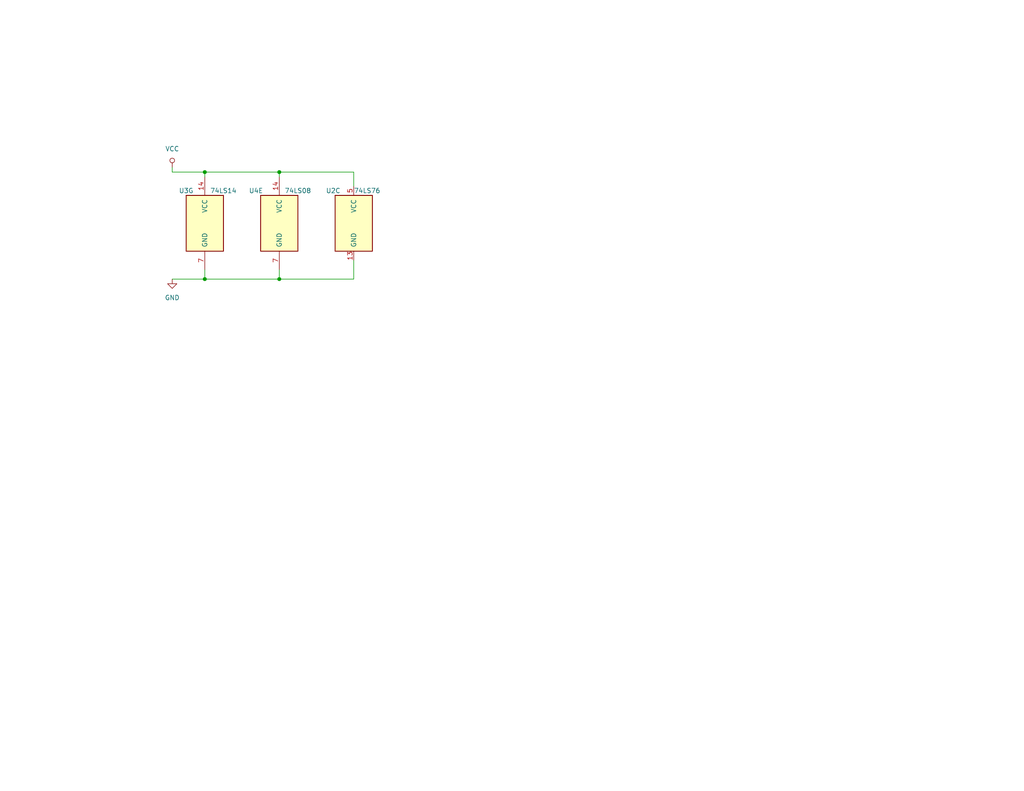
<source format=kicad_sch>
(kicad_sch (version 20230121) (generator eeschema)
  (paper "USLetter")
  (title_block (title "Motor Interface - Discrete Logic") (date "2024-05-22") (rev "1"))
  (lib_symbols
    (symbol "00TJR:74xx_74LS76" (pin_names (offset 1.016))
      (property "Reference" "U" (at -5.08 7.62 0))
      (property "Value" "74xx_74LS76" (at 8.382 6.858 0))
      (symbol "74xx_74LS76_1_0"
        (pin input line (at -7.62 0 0) (length 1.651) (name "~") (number "1"))
        (pin output line (at 7.62 -2.54 180) (length 1.651) (name "~") (number "14"))
        (pin output line (at 7.62 2.54 180) (length 2.54) (name "Q") (number "15"))
        (pin input line (at -7.62 -2.54 0) (length 2.54) (name "K") (number "16"))
        (pin input line (at 0 7.62 270) (length 1.651) (name "~") (number "2"))
        (pin input line (at 0 -7.62 90) (length 1.651) (name "~") (number "3"))
        (pin input line (at -7.62 2.54 0) (length 2.54) (name "J") (number "4"))
      )
      (symbol "74xx_74LS76_1_1"
        (circle (center -5.588 0) (radius 0.3556))
        (rectangle (start -5.08 5.08) (end 5.08 -5.08) (stroke (width 0.254)) (fill (type background)))
        (circle (center 0 -5.588) (radius 0.3556))
        (polyline (pts (xy -5.08 0.635) (xy -4.445 0) (xy -5.08 -0.635)))
        (circle (center 0 5.588) (radius 0.3556))
        (circle (center 5.588 -2.54) (radius 0.3556))
        (text "~{C}" (at -3.302 -0.254 0) (effects (font (size 1.27 1.27))))
        (text "~{Q}" (at 3.302 -2.54 0) (effects (font (size 1.27 1.27))))
        (text "~{R}" (at 0 -4.064 0) (effects (font (size 1.27 1.27))))
        (text "~{S}" (at 0 3.302 0) (effects (font (size 1.27 1.27))))
      )
      (symbol "74xx_74LS76_2_1"
        (circle (center -5.588 0) (radius 0.3556))
        (rectangle (start -5.08 5.08) (end 5.08 -5.08) (stroke (width 0.254)) (fill (type background)))
        (circle (center 0 -5.588) (radius 0.3556))
        (polyline (pts (xy -5.08 0.635) (xy -4.445 0) (xy -5.08 -0.635)))
        (circle (center 0 5.588) (radius 0.3556))
        (circle (center 5.588 -2.54) (radius 0.3556))
        (text "~{C}" (at -3.302 -0.254 0) (effects (font (size 1.27 1.27))))
        (text "~{Q}" (at 3.302 -2.54 0) (effects (font (size 1.27 1.27))))
        (text "~{R}" (at 0 -4.064 0) (effects (font (size 1.27 1.27))))
        (text "~{S}" (at 0 3.302 0) (effects (font (size 1.27 1.27))))
        (pin output line (at 7.62 -2.54 180) (length 1.651) (name "~") (number "10"))
        (pin output line (at 7.62 2.54 180) (length 2.54) (name "Q") (number "11"))
        (pin input line (at -7.62 -2.54 0) (length 2.54) (name "K") (number "12"))
        (pin input line (at -7.62 0 0) (length 1.651) (name "~") (number "6"))
        (pin input line (at 0 7.62 270) (length 1.651) (name "~") (number "7"))
        (pin input line (at 0 -7.62 90) (length 1.651) (name "~") (number "8"))
        (pin input line (at -7.62 2.54 0) (length 2.54) (name "J") (number "9"))
      )
      (symbol "74xx_74LS76_3_1"
        (rectangle (start -3.81 5.08) (end 6.35 -10.16) (stroke (width 0.254)) (fill (type background)))
        (pin power_in line (at 1.27 -12.7 90) (length 2.54) (name "GND") (number "13"))
        (pin power_in line (at 1.27 7.62 270) (length 2.54) (name "VCC") (number "5"))
      )
    )
    (symbol "BJT-Amps-cache:power_VCC" (power) (pin_names (offset 0))
      (property "Value" "power_VCC" (at 0 3.81 0))
      (symbol "power_VCC_0_1"
        (polyline (pts (xy 0 0) (xy 0 1.27)))
        (circle (center 0 1.905) (radius 0.635))
      )
      (symbol "power_VCC_1_1"
        (pin power_in line (at 0 0 90) (length 0) hide (name "VCC") (number "1"))
      )
    )
    (symbol "F2018-cache:GND" (power) (pin_names (offset 0))
      (property "Value" "GND" (at 0 -3.81 0))
      (symbol "GND_0_1"
        (polyline (pts (xy 0 0) (xy 0 -1.27) (xy 1.27 -1.27) (xy 0 -2.54) (xy -1.27 -1.27) (xy 0 -1.27)))
      )
      (symbol "GND_1_1"
        (pin power_in line (at 0 0 270) (length 0) hide (name "GND") (number "1"))
      )
    )
    (symbol "S2020-cache:74xx_74LS14" (pin_names (offset 1.016))
      (property "Reference" "U" (at 0 1.27 0))
      (property "Value" "74xx_74LS14" (at 0 -1.27 0))
      (symbol "74xx_74LS14_1_0"
        (polyline (pts (xy -3.81 3.81) (xy -3.81 -3.81) (xy 3.81 0) (xy -3.81 3.81)) (stroke (width 0.254)) (fill (type background)))
        (pin input line (at -7.62 0 0) (length 3.81) (name "~") (number "1"))
        (pin output inverted (at 7.62 0 180) (length 3.81) (name "~") (number "2"))
      )
      (symbol "74xx_74LS14_1_1"
        (polyline (pts (xy -1.905 -1.27) (xy -1.905 1.27) (xy -0.635 1.27)))
        (polyline (pts (xy -2.54 -1.27) (xy -0.635 -1.27) (xy -0.635 1.27) (xy 0 1.27)))
      )
      (symbol "74xx_74LS14_2_0"
        (polyline (pts (xy -3.81 3.81) (xy -3.81 -3.81) (xy 3.81 0) (xy -3.81 3.81)) (stroke (width 0.254)) (fill (type background)))
        (pin input line (at -7.62 0 0) (length 3.81) (name "~") (number "3"))
        (pin output inverted (at 7.62 0 180) (length 3.81) (name "~") (number "4"))
      )
      (symbol "74xx_74LS14_2_1"
        (polyline (pts (xy -1.905 -1.27) (xy -1.905 1.27) (xy -0.635 1.27)))
        (polyline (pts (xy -2.54 -1.27) (xy -0.635 -1.27) (xy -0.635 1.27) (xy 0 1.27)))
      )
      (symbol "74xx_74LS14_3_0"
        (polyline (pts (xy -3.81 3.81) (xy -3.81 -3.81) (xy 3.81 0) (xy -3.81 3.81)) (stroke (width 0.254)) (fill (type background)))
        (pin input line (at -7.62 0 0) (length 3.81) (name "~") (number "5"))
        (pin output inverted (at 7.62 0 180) (length 3.81) (name "~") (number "6"))
      )
      (symbol "74xx_74LS14_3_1"
        (polyline (pts (xy -1.905 -1.27) (xy -1.905 1.27) (xy -0.635 1.27)))
        (polyline (pts (xy -2.54 -1.27) (xy -0.635 -1.27) (xy -0.635 1.27) (xy 0 1.27)))
      )
      (symbol "74xx_74LS14_4_0"
        (polyline (pts (xy -3.81 3.81) (xy -3.81 -3.81) (xy 3.81 0) (xy -3.81 3.81)) (stroke (width 0.254)) (fill (type background)))
        (pin output inverted (at 7.62 0 180) (length 3.81) (name "~") (number "8"))
        (pin input line (at -7.62 0 0) (length 3.81) (name "~") (number "9"))
      )
      (symbol "74xx_74LS14_4_1"
        (polyline (pts (xy -1.905 -1.27) (xy -1.905 1.27) (xy -0.635 1.27)))
        (polyline (pts (xy -2.54 -1.27) (xy -0.635 -1.27) (xy -0.635 1.27) (xy 0 1.27)))
      )
      (symbol "74xx_74LS14_5_0"
        (polyline (pts (xy -3.81 3.81) (xy -3.81 -3.81) (xy 3.81 0) (xy -3.81 3.81)) (stroke (width 0.254)) (fill (type background)))
        (pin output inverted (at 7.62 0 180) (length 3.81) (name "~") (number "10"))
        (pin input line (at -7.62 0 0) (length 3.81) (name "~") (number "11"))
      )
      (symbol "74xx_74LS14_5_1"
        (polyline (pts (xy -1.905 -1.27) (xy -1.905 1.27) (xy -0.635 1.27)))
        (polyline (pts (xy -2.54 -1.27) (xy -0.635 -1.27) (xy -0.635 1.27) (xy 0 1.27)))
      )
      (symbol "74xx_74LS14_6_0"
        (polyline (pts (xy -3.81 3.81) (xy -3.81 -3.81) (xy 3.81 0) (xy -3.81 3.81)) (stroke (width 0.254)) (fill (type background)))
        (pin output inverted (at 7.62 0 180) (length 3.81) (name "~") (number "12"))
        (pin input line (at -7.62 0 0) (length 3.81) (name "~") (number "13"))
      )
      (symbol "74xx_74LS14_6_1"
        (polyline (pts (xy -1.905 -1.27) (xy -1.905 1.27) (xy -0.635 1.27)))
        (polyline (pts (xy -2.54 -1.27) (xy -0.635 -1.27) (xy -0.635 1.27) (xy 0 1.27)))
      )
      (symbol "74xx_74LS14_7_0"
        (pin power_in line (at 0 12.7 270) (length 5.08) (name "VCC") (number "14"))
        (pin power_in line (at 0 -12.7 90) (length 5.08) (name "GND") (number "7"))
      )
      (symbol "74xx_74LS14_7_1"
        (rectangle (start -5.08 7.62) (end 5.08 -7.62) (stroke (width 0.254)) (fill (type background)))
      )
    )
    (symbol "TFlipFlop-cache:74xx_74LS08" (pin_names (offset 1.016))
      (property "Reference" "U" (at 0 1.27 0))
      (property "Value" "74xx_74LS08" (at 0 -1.27 0))
      (symbol "74xx_74LS08_1_1"
        (arc (start 0 -3.81) (mid 3.7934 0) (end 0 3.81) (stroke (width 0.254)) (fill (type background)))
        (polyline (pts (xy 0 3.81) (xy -3.81 3.81) (xy -3.81 -3.81) (xy 0 -3.81)) (stroke (width 0.254)) (fill (type background)))
        (pin input line (at -7.62 2.54 0) (length 3.81) (name "~") (number "1"))
        (pin input line (at -7.62 -2.54 0) (length 3.81) (name "~") (number "2"))
        (pin output line (at 7.62 0 180) (length 3.81) (name "~") (number "3"))
      )
      (symbol "74xx_74LS08_1_2"
        (arc (start -3.81 -3.81) (mid -2.589 0) (end -3.81 3.81) (stroke (width 0.254)))
        (arc (start -0.6096 -3.81) (mid 2.1842 -2.5851) (end 3.81 0) (stroke (width 0.254)) (fill (type background)))
        (polyline (pts (xy -3.81 -3.81) (xy -0.635 -3.81)) (stroke (width 0.254)) (fill (type background)))
        (polyline (pts (xy -3.81 3.81) (xy -0.635 3.81)) (stroke (width 0.254)) (fill (type background)))
        (polyline (pts (xy -0.635 3.81) (xy -3.81 3.81) (xy -3.81 3.81) (xy -3.556 3.4036) (xy -3.0226 2.2606) (xy -2.6924 1.0414) (xy -2.6162 -0.254) (xy -2.7686 -1.4986) (xy -3.175 -2.7178) (xy -3.81 -3.81) (xy -3.81 -3.81) (xy -0.635 -3.81)) (stroke (width -25.4)) (fill (type background)))
        (arc (start 3.81 0) (mid 2.1915 2.5936) (end -0.6096 3.81) (stroke (width 0.254)) (fill (type background)))
        (pin input inverted (at -7.62 2.54 0) (length 4.318) (name "~") (number "1"))
        (pin input inverted (at -7.62 -2.54 0) (length 4.318) (name "~") (number "2"))
        (pin output inverted (at 7.62 0 180) (length 3.81) (name "~") (number "3"))
      )
      (symbol "74xx_74LS08_2_1"
        (arc (start 0 -3.81) (mid 3.7934 0) (end 0 3.81) (stroke (width 0.254)) (fill (type background)))
        (polyline (pts (xy 0 3.81) (xy -3.81 3.81) (xy -3.81 -3.81) (xy 0 -3.81)) (stroke (width 0.254)) (fill (type background)))
        (pin input line (at -7.62 2.54 0) (length 3.81) (name "~") (number "4"))
        (pin input line (at -7.62 -2.54 0) (length 3.81) (name "~") (number "5"))
        (pin output line (at 7.62 0 180) (length 3.81) (name "~") (number "6"))
      )
      (symbol "74xx_74LS08_2_2"
        (arc (start -3.81 -3.81) (mid -2.589 0) (end -3.81 3.81) (stroke (width 0.254)))
        (arc (start -0.6096 -3.81) (mid 2.1842 -2.5851) (end 3.81 0) (stroke (width 0.254)) (fill (type background)))
        (polyline (pts (xy -3.81 -3.81) (xy -0.635 -3.81)) (stroke (width 0.254)) (fill (type background)))
        (polyline (pts (xy -3.81 3.81) (xy -0.635 3.81)) (stroke (width 0.254)) (fill (type background)))
        (polyline (pts (xy -0.635 3.81) (xy -3.81 3.81) (xy -3.81 3.81) (xy -3.556 3.4036) (xy -3.0226 2.2606) (xy -2.6924 1.0414) (xy -2.6162 -0.254) (xy -2.7686 -1.4986) (xy -3.175 -2.7178) (xy -3.81 -3.81) (xy -3.81 -3.81) (xy -0.635 -3.81)) (stroke (width -25.4)) (fill (type background)))
        (arc (start 3.81 0) (mid 2.1915 2.5936) (end -0.6096 3.81) (stroke (width 0.254)) (fill (type background)))
        (pin input inverted (at -7.62 2.54 0) (length 4.318) (name "~") (number "4"))
        (pin input inverted (at -7.62 -2.54 0) (length 4.318) (name "~") (number "5"))
        (pin output inverted (at 7.62 0 180) (length 3.81) (name "~") (number "6"))
      )
      (symbol "74xx_74LS08_3_1"
        (arc (start 0 -3.81) (mid 3.7934 0) (end 0 3.81) (stroke (width 0.254)) (fill (type background)))
        (polyline (pts (xy 0 3.81) (xy -3.81 3.81) (xy -3.81 -3.81) (xy 0 -3.81)) (stroke (width 0.254)) (fill (type background)))
        (pin input line (at -7.62 -2.54 0) (length 3.81) (name "~") (number "10"))
        (pin output line (at 7.62 0 180) (length 3.81) (name "~") (number "8"))
        (pin input line (at -7.62 2.54 0) (length 3.81) (name "~") (number "9"))
      )
      (symbol "74xx_74LS08_3_2"
        (arc (start -3.81 -3.81) (mid -2.589 0) (end -3.81 3.81) (stroke (width 0.254)))
        (arc (start -0.6096 -3.81) (mid 2.1842 -2.5851) (end 3.81 0) (stroke (width 0.254)) (fill (type background)))
        (polyline (pts (xy -3.81 -3.81) (xy -0.635 -3.81)) (stroke (width 0.254)) (fill (type background)))
        (polyline (pts (xy -3.81 3.81) (xy -0.635 3.81)) (stroke (width 0.254)) (fill (type background)))
        (polyline (pts (xy -0.635 3.81) (xy -3.81 3.81) (xy -3.81 3.81) (xy -3.556 3.4036) (xy -3.0226 2.2606) (xy -2.6924 1.0414) (xy -2.6162 -0.254) (xy -2.7686 -1.4986) (xy -3.175 -2.7178) (xy -3.81 -3.81) (xy -3.81 -3.81) (xy -0.635 -3.81)) (stroke (width -25.4)) (fill (type background)))
        (arc (start 3.81 0) (mid 2.1915 2.5936) (end -0.6096 3.81) (stroke (width 0.254)) (fill (type background)))
        (pin input inverted (at -7.62 -2.54 0) (length 4.318) (name "~") (number "10"))
        (pin output inverted (at 7.62 0 180) (length 3.81) (name "~") (number "8"))
        (pin input inverted (at -7.62 2.54 0) (length 4.318) (name "~") (number "9"))
      )
      (symbol "74xx_74LS08_4_1"
        (arc (start 0 -3.81) (mid 3.7934 0) (end 0 3.81) (stroke (width 0.254)) (fill (type background)))
        (polyline (pts (xy 0 3.81) (xy -3.81 3.81) (xy -3.81 -3.81) (xy 0 -3.81)) (stroke (width 0.254)) (fill (type background)))
        (pin output line (at 7.62 0 180) (length 3.81) (name "~") (number "11"))
        (pin input line (at -7.62 2.54 0) (length 3.81) (name "~") (number "12"))
        (pin input line (at -7.62 -2.54 0) (length 3.81) (name "~") (number "13"))
      )
      (symbol "74xx_74LS08_4_2"
        (arc (start -3.81 -3.81) (mid -2.589 0) (end -3.81 3.81) (stroke (width 0.254)))
        (arc (start -0.6096 -3.81) (mid 2.1842 -2.5851) (end 3.81 0) (stroke (width 0.254)) (fill (type background)))
        (polyline (pts (xy -3.81 -3.81) (xy -0.635 -3.81)) (stroke (width 0.254)) (fill (type background)))
        (polyline (pts (xy -3.81 3.81) (xy -0.635 3.81)) (stroke (width 0.254)) (fill (type background)))
        (polyline (pts (xy -0.635 3.81) (xy -3.81 3.81) (xy -3.81 3.81) (xy -3.556 3.4036) (xy -3.0226 2.2606) (xy -2.6924 1.0414) (xy -2.6162 -0.254) (xy -2.7686 -1.4986) (xy -3.175 -2.7178) (xy -3.81 -3.81) (xy -3.81 -3.81) (xy -0.635 -3.81)) (stroke (width -25.4)) (fill (type background)))
        (arc (start 3.81 0) (mid 2.1915 2.5936) (end -0.6096 3.81) (stroke (width 0.254)) (fill (type background)))
        (pin output inverted (at 7.62 0 180) (length 3.81) (name "~") (number "11"))
        (pin input inverted (at -7.62 2.54 0) (length 4.318) (name "~") (number "12"))
        (pin input inverted (at -7.62 -2.54 0) (length 4.318) (name "~") (number "13"))
      )
      (symbol "74xx_74LS08_5_0"
        (pin power_in line (at 0 12.7 270) (length 5.08) (name "VCC") (number "14"))
        (pin power_in line (at 0 -12.7 90) (length 5.08) (name "GND") (number "7"))
      )
      (symbol "74xx_74LS08_5_1"
        (rectangle (start -5.08 7.62) (end 5.08 -7.62) (stroke (width 0.254)) (fill (type background)))
      )
    )
  )
  (junction (at 55.88 76.2))
  (junction (at 76.2 76.2))
  (junction (at 76.2 46.99))
  (junction (at 55.88 46.99))
  (wire (pts (xy 46.99 45.72) (xy 46.99 46.99)))
  (wire (pts (xy 76.2 46.99) (xy 96.52 46.99)))
  (wire (pts (xy 76.2 46.99) (xy 55.88 46.99)))
  (wire (pts (xy 46.99 76.2) (xy 55.88 76.2)))
  (wire (pts (xy 55.88 76.2) (xy 55.88 73.66)))
  (wire (pts (xy 76.2 48.26) (xy 76.2 46.99)))
  (wire (pts (xy 76.2 73.66) (xy 76.2 76.2)))
  (wire (pts (xy 76.2 76.2) (xy 55.88 76.2)))
  (wire (pts (xy 96.52 71.12) (xy 96.52 76.2)))
  (wire (pts (xy 76.2 76.2) (xy 96.52 76.2)))
  (wire (pts (xy 55.88 46.99) (xy 55.88 48.26)))
  (wire (pts (xy 96.52 46.99) (xy 96.52 50.8)))
  (wire (pts (xy 46.99 46.99) (xy 55.88 46.99)))
  (symbol (lib_id "F2018-cache:GND") (at 46.99 76.2 0) (unit 1)
    (property "Reference" "#PWR014" (effects hide))
    (property "Value" "GND" (at 46.99 81.28 0))
  )
  (symbol (lib_id "00TJR:74xx_74LS76") (at 95.25 58.42 0) (unit 3)
    (property "Reference" "U2" (at 88.9 52.07 0) (effects (justify left)))
    (property "Value" "74LS76" (at 96.52 52.07 0) (effects (justify left)))
  )
  (symbol (lib_id "S2020-cache:74xx_74LS14") (at 55.88 60.96 0) (unit 7)
    (property "Reference" "U3" (at 50.8 52.07 0))
    (property "Value" "74LS14" (at 60.96 52.07 0))
  )
  (symbol (lib_id "BJT-Amps-cache:power_VCC") (at 46.99 45.72 0) (unit 1)
    (property "Reference" "#PWR013" (effects hide))
    (property "Value" "power_VCC" (at 46.99 40.64 0))
  )
  (symbol (lib_id "TFlipFlop-cache:74xx_74LS08") (at 76.2 60.96 0) (mirror y) (unit 5)
    (property "Reference" "U4" (at 69.85 52.07 0))
    (property "Value" "74LS08" (at 81.28 52.07 0))
  )
)
</source>
